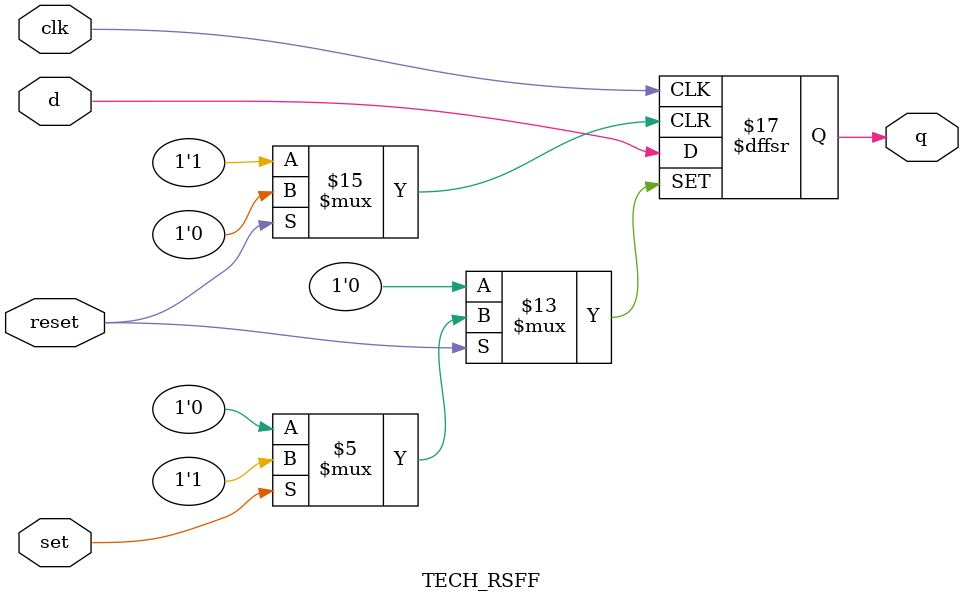
<source format=v>
/* 
Copyright (C) 2009-2010 Parvez Ahmad
Written by Parvez Ahmad <parvez_ahmad@yahoo.co.uk>.

This program is free software: you can redistribute it and/or modify
it under the terms of the GNU General Public License as published by
the Free Software Foundation; either version 3 of the License, or
(at your option) any later version.

This program is distributed in the hope that it will be useful,
but WITHOUT ANY WARRANTY; without even the implied warranty of
MERCHANTABILITY or FITNESS FOR A PARTICULAR PURPOSE.  See the
GNU General Public License for more details.

You should have received a copy of the GNU General Public License
along with this program.  If not, see <http://www.gnu.org/licenses/>.  */

module TECH_RSFF(input d, clk, reset, set, output reg q);
always @(negedge clk or negedge reset or posedge set) 
    if(!reset)
	    q <= 0;
	else if(set)
	    q <= 1;
	else	
        q <= d;
endmodule



</source>
